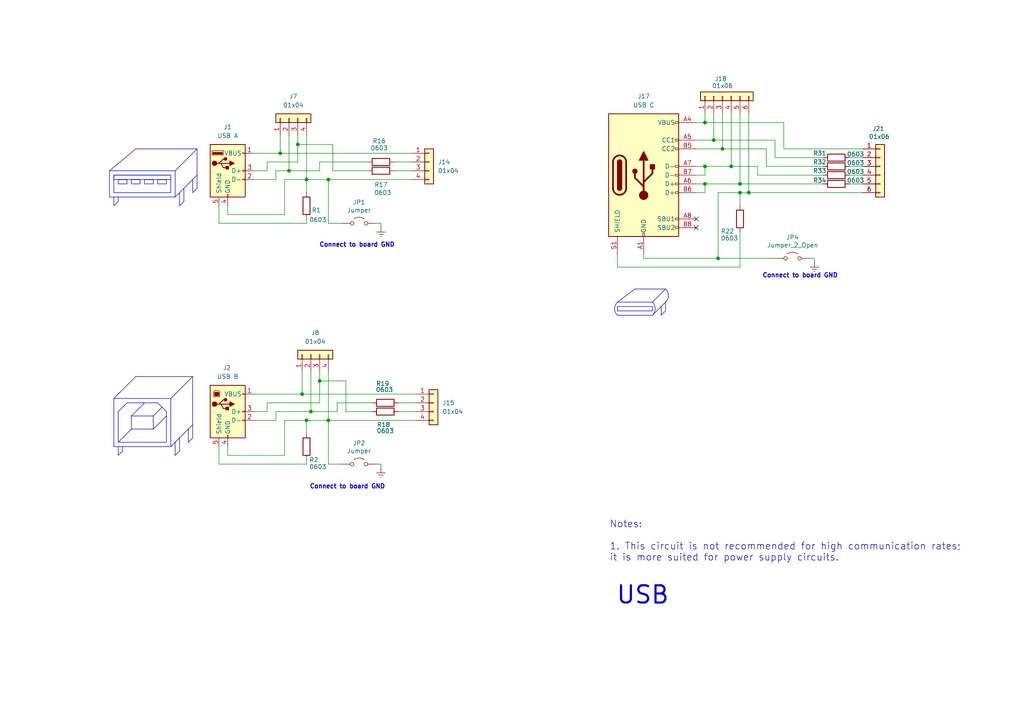
<source format=kicad_sch>
(kicad_sch (version 20231120) (generator "eeschema") (generator_version "8.0")
  (paper "A4")
  (title_block (title "ProtoConn Schematics") (date "2024-12-01") (rev "1") (company "@pakequis"))
  (lib_symbols
    (symbol "Connector:USB_A" (pin_names (offset 1.016))
      (property "Reference" "J" (at -5.08 11.43 0))
      (property "Value" "USB_A" (at -5.08 8.89 0))
      (symbol "USB_A_0_1"
        (rectangle (start -5.08 -7.62) (end 5.08 7.62) (stroke (width 0.254)) (fill (type background)))
        (circle (center -3.81 2.159) (radius 0.635) (stroke (width 0.254)) (fill (type outline)))
        (rectangle (start -1.524 4.826) (end -4.318 5.334) (fill (type outline)))
        (rectangle (start -1.27 4.572) (end -4.572 5.842))
        (circle (center -0.635 3.429) (radius 0.381) (stroke (width 0.254)) (fill (type outline)))
        (rectangle (start -0.127 -7.62) (end 0.127 -6.858))
        (polyline (pts (xy -3.175 2.159) (xy -2.54 2.159) (xy -1.27 3.429) (xy -0.635 3.429)) (stroke (width 0.254)))
        (polyline (pts (xy -2.54 2.159) (xy -1.905 2.159) (xy -1.27 0.889) (xy 0 0.889)) (stroke (width 0.254)))
        (polyline (pts (xy 0.635 2.794) (xy 0.635 1.524) (xy 1.905 2.159) (xy 0.635 2.794)) (stroke (width 0.254)) (fill (type outline)))
        (rectangle (start 0.254 1.27) (end -0.508 0.508) (stroke (width 0.254)) (fill (type outline)))
        (rectangle (start 5.08 -2.667) (end 4.318 -2.413))
        (rectangle (start 5.08 -0.127) (end 4.318 0.127))
        (rectangle (start 5.08 4.953) (end 4.318 5.207))
      )
      (symbol "USB_A_1_1"
        (polyline (pts (xy -1.905 2.159) (xy 0.635 2.159)) (stroke (width 0.254)))
        (pin power_in line (at 7.62 5.08 180) (length 2.54) (name "VBUS") (number "1"))
        (pin bidirectional line (at 7.62 -2.54 180) (length 2.54) (name "D-") (number "2"))
        (pin bidirectional line (at 7.62 0 180) (length 2.54) (name "D+") (number "3"))
        (pin power_in line (at 0 -10.16 90) (length 2.54) (name "GND") (number "4"))
        (pin passive line (at -2.54 -10.16 90) (length 2.54) (name "Shield") (number "5"))
      )
    )
    (symbol "Connector:USB_B" (pin_names (offset 1.016))
      (property "Reference" "J" (at -5.08 11.43 0))
      (property "Value" "USB_B" (at -5.08 8.89 0))
      (symbol "USB_B_0_1"
        (rectangle (start -5.08 -7.62) (end 5.08 7.62) (stroke (width 0.254)) (fill (type background)))
        (circle (center -3.81 2.159) (radius 0.635) (stroke (width 0.254)) (fill (type outline)))
        (rectangle (start -3.81 5.588) (end -2.54 4.572) (fill (type outline)))
        (circle (center -0.635 3.429) (radius 0.381) (stroke (width 0.254)) (fill (type outline)))
        (rectangle (start -0.127 -7.62) (end 0.127 -6.858))
        (polyline (pts (xy -1.905 2.159) (xy 0.635 2.159)) (stroke (width 0.254)))
        (polyline (pts (xy -3.175 2.159) (xy -2.54 2.159) (xy -1.27 3.429) (xy -0.635 3.429)) (stroke (width 0.254)))
        (polyline (pts (xy -2.54 2.159) (xy -1.905 2.159) (xy -1.27 0.889) (xy 0 0.889)) (stroke (width 0.254)))
        (polyline (pts (xy 0.635 2.794) (xy 0.635 1.524) (xy 1.905 2.159) (xy 0.635 2.794)) (stroke (width 0.254)) (fill (type outline)))
        (polyline (pts (xy -4.064 4.318) (xy -2.286 4.318) (xy -2.286 5.715) (xy -2.667 6.096) (xy -3.683 6.096) (xy -4.064 5.715) (xy -4.064 4.318)))
        (rectangle (start 0.254 1.27) (end -0.508 0.508) (stroke (width 0.254)) (fill (type outline)))
        (rectangle (start 5.08 -2.667) (end 4.318 -2.413))
        (rectangle (start 5.08 -0.127) (end 4.318 0.127))
        (rectangle (start 5.08 4.953) (end 4.318 5.207))
      )
      (symbol "USB_B_1_1"
        (pin power_out line (at 7.62 5.08 180) (length 2.54) (name "VBUS") (number "1"))
        (pin bidirectional line (at 7.62 -2.54 180) (length 2.54) (name "D-") (number "2"))
        (pin bidirectional line (at 7.62 0 180) (length 2.54) (name "D+") (number "3"))
        (pin power_out line (at 0 -10.16 90) (length 2.54) (name "GND") (number "4"))
        (pin passive line (at -2.54 -10.16 90) (length 2.54) (name "Shield") (number "5"))
      )
    )
    (symbol "Connector:USB_C_Receptacle_USB2.0_16P" (pin_names (offset 1.016))
      (property "Reference" "J" (at 0 22.225 0))
      (property "Value" "USB_C_Receptacle_USB2.0_16P" (at 0 19.685 0))
      (symbol "USB_C_Receptacle_USB2.0_16P_0_0"
        (rectangle (start -0.254 -17.78) (end 0.254 -16.764))
        (rectangle (start 10.16 -14.986) (end 9.144 -15.494))
        (rectangle (start 10.16 -12.446) (end 9.144 -12.954))
        (rectangle (start 10.16 -4.826) (end 9.144 -5.334))
        (rectangle (start 10.16 -2.286) (end 9.144 -2.794))
        (rectangle (start 10.16 0.254) (end 9.144 -0.254))
        (rectangle (start 10.16 2.794) (end 9.144 2.286))
        (rectangle (start 10.16 7.874) (end 9.144 7.366))
        (rectangle (start 10.16 10.414) (end 9.144 9.906))
        (rectangle (start 10.16 15.494) (end 9.144 14.986))
      )
      (symbol "USB_C_Receptacle_USB2.0_16P_0_1"
        (rectangle (start -10.16 17.78) (end 10.16 -17.78) (stroke (width 0.254)) (fill (type background)))
        (arc (start -8.89 -3.81) (mid -6.985 -5.7067) (end -5.08 -3.81) (stroke (width 0.508)))
        (arc (start -7.62 -3.81) (mid -6.985 -4.4423) (end -6.35 -3.81) (stroke (width 0.254)))
        (arc (start -7.62 -3.81) (mid -6.985 -4.4423) (end -6.35 -3.81) (stroke (width 0.254)) (fill (type outline)))
        (rectangle (start -7.62 -3.81) (end -6.35 3.81) (stroke (width 0.254)) (fill (type outline)))
        (arc (start -6.35 3.81) (mid -6.985 4.4423) (end -7.62 3.81) (stroke (width 0.254)))
        (arc (start -6.35 3.81) (mid -6.985 4.4423) (end -7.62 3.81) (stroke (width 0.254)) (fill (type outline)))
        (arc (start -5.08 3.81) (mid -6.985 5.7067) (end -8.89 3.81) (stroke (width 0.508)))
        (circle (center -2.54 1.143) (radius 0.635) (stroke (width 0.254)) (fill (type outline)))
        (circle (center 0 -5.842) (radius 1.27) (fill (type outline)))
        (polyline (pts (xy -8.89 -3.81) (xy -8.89 3.81)) (stroke (width 0.508)))
        (polyline (pts (xy -5.08 3.81) (xy -5.08 -3.81)) (stroke (width 0.508)))
        (polyline (pts (xy 0 -5.842) (xy 0 4.318)) (stroke (width 0.508)))
        (polyline (pts (xy 0 -3.302) (xy -2.54 -0.762) (xy -2.54 0.508)) (stroke (width 0.508)))
        (polyline (pts (xy 0 -2.032) (xy 2.54 0.508) (xy 2.54 1.778)) (stroke (width 0.508)))
        (polyline (pts (xy -1.27 4.318) (xy 0 6.858) (xy 1.27 4.318) (xy -1.27 4.318)) (stroke (width 0.254)) (fill (type outline)))
        (rectangle (start 1.905 1.778) (end 3.175 3.048) (stroke (width 0.254)) (fill (type outline)))
      )
      (symbol "USB_C_Receptacle_USB2.0_16P_1_1"
        (pin passive line (at 0 -22.86 90) (length 5.08) (name "GND") (number "A1"))
        (pin passive line (at 0 -22.86 90) (length 5.08) hide (name "GND") (number "A12"))
        (pin passive line (at 15.24 15.24 180) (length 5.08) (name "VBUS") (number "A4"))
        (pin bidirectional line (at 15.24 10.16 180) (length 5.08) (name "CC1") (number "A5"))
        (pin bidirectional line (at 15.24 -2.54 180) (length 5.08) (name "D+") (number "A6"))
        (pin bidirectional line (at 15.24 2.54 180) (length 5.08) (name "D-") (number "A7"))
        (pin bidirectional line (at 15.24 -12.7 180) (length 5.08) (name "SBU1") (number "A8"))
        (pin passive line (at 15.24 15.24 180) (length 5.08) hide (name "VBUS") (number "A9"))
        (pin passive line (at 0 -22.86 90) (length 5.08) hide (name "GND") (number "B1"))
        (pin passive line (at 0 -22.86 90) (length 5.08) hide (name "GND") (number "B12"))
        (pin passive line (at 15.24 15.24 180) (length 5.08) hide (name "VBUS") (number "B4"))
        (pin bidirectional line (at 15.24 7.62 180) (length 5.08) (name "CC2") (number "B5"))
        (pin bidirectional line (at 15.24 -5.08 180) (length 5.08) (name "D+") (number "B6"))
        (pin bidirectional line (at 15.24 0 180) (length 5.08) (name "D-") (number "B7"))
        (pin bidirectional line (at 15.24 -15.24 180) (length 5.08) (name "SBU2") (number "B8"))
        (pin passive line (at 15.24 15.24 180) (length 5.08) hide (name "VBUS") (number "B9"))
        (pin passive line (at -7.62 -22.86 90) (length 5.08) (name "SHIELD") (number "S1"))
      )
    )
    (symbol "Connector_Generic:Conn_01x04" (pin_names (offset 1.016) hide)
      (property "Reference" "J" (at 0 5.08 0))
      (property "Value" "Conn_01x04" (at 0 -7.62 0))
      (symbol "Conn_01x04_1_1"
        (rectangle (start -1.27 -4.953) (end 0 -5.207) (stroke (width 0.1524)))
        (rectangle (start -1.27 -2.413) (end 0 -2.667) (stroke (width 0.1524)))
        (rectangle (start -1.27 0.127) (end 0 -0.127) (stroke (width 0.1524)))
        (rectangle (start -1.27 2.667) (end 0 2.413) (stroke (width 0.1524)))
        (rectangle (start -1.27 3.81) (end 1.27 -6.35) (stroke (width 0.254)) (fill (type background)))
        (pin passive line (at -5.08 2.54 0) (length 3.81) (name "Pin_1") (number "1"))
        (pin passive line (at -5.08 0 0) (length 3.81) (name "Pin_2") (number "2"))
        (pin passive line (at -5.08 -2.54 0) (length 3.81) (name "Pin_3") (number "3"))
        (pin passive line (at -5.08 -5.08 0) (length 3.81) (name "Pin_4") (number "4"))
      )
    )
    (symbol "Connector_Generic:Conn_01x06" (pin_names (offset 1.016) hide)
      (property "Reference" "J" (at 0 7.62 0))
      (property "Value" "Conn_01x06" (at 0 -10.16 0))
      (symbol "Conn_01x06_1_1"
        (rectangle (start -1.27 -7.493) (end 0 -7.747) (stroke (width 0.1524)))
        (rectangle (start -1.27 -4.953) (end 0 -5.207) (stroke (width 0.1524)))
        (rectangle (start -1.27 -2.413) (end 0 -2.667) (stroke (width 0.1524)))
        (rectangle (start -1.27 0.127) (end 0 -0.127) (stroke (width 0.1524)))
        (rectangle (start -1.27 2.667) (end 0 2.413) (stroke (width 0.1524)))
        (rectangle (start -1.27 5.207) (end 0 4.953) (stroke (width 0.1524)))
        (rectangle (start -1.27 6.35) (end 1.27 -8.89) (stroke (width 0.254)) (fill (type background)))
        (pin passive line (at -5.08 5.08 0) (length 3.81) (name "Pin_1") (number "1"))
        (pin passive line (at -5.08 2.54 0) (length 3.81) (name "Pin_2") (number "2"))
        (pin passive line (at -5.08 0 0) (length 3.81) (name "Pin_3") (number "3"))
        (pin passive line (at -5.08 -2.54 0) (length 3.81) (name "Pin_4") (number "4"))
        (pin passive line (at -5.08 -5.08 0) (length 3.81) (name "Pin_5") (number "5"))
        (pin passive line (at -5.08 -7.62 0) (length 3.81) (name "Pin_6") (number "6"))
      )
    )
    (symbol "Device:R" (pin_numbers hide) (pin_names (offset 0))
      (property "Reference" "R" (at 2.032 0 90))
      (property "Value" "R" (at 0 0 90))
      (symbol "R_0_1"
        (rectangle (start -1.016 -2.54) (end 1.016 2.54) (stroke (width 0.254)))
      )
      (symbol "R_1_1"
        (pin passive line (at 0 3.81 270) (length 1.27) (name "~") (number "1"))
        (pin passive line (at 0 -3.81 90) (length 1.27) (name "~") (number "2"))
      )
    )
    (symbol "Jumper:Jumper_2_Open" (pin_numbers hide) (pin_names (offset 0) hide) (exclude_from_sim yes)
      (property "Reference" "JP" (at 0 2.794 0))
      (property "Value" "Jumper_2_Open" (at 0 -2.286 0))
      (symbol "Jumper_2_Open_0_0"
        (circle (center -2.032 0) (radius 0.508))
        (circle (center 2.032 0) (radius 0.508))
      )
      (symbol "Jumper_2_Open_0_1"
        (arc (start 1.524 1.27) (mid 0 1.778) (end -1.524 1.27))
      )
      (symbol "Jumper_2_Open_1_1"
        (pin passive line (at -5.08 0 0) (length 2.54) (name "A") (number "1"))
        (pin passive line (at 5.08 0 180) (length 2.54) (name "B") (number "2"))
      )
    )
    (symbol "power:GNDREF" (power) (pin_numbers hide) (pin_names (offset 0) hide)
      (property "Value" "GNDREF" (at 0 -3.81 0))
      (symbol "GNDREF_0_1"
        (polyline (pts (xy -0.635 -1.905) (xy 0.635 -1.905)))
        (polyline (pts (xy -0.127 -2.54) (xy 0.127 -2.54)))
        (polyline (pts (xy 0 -1.27) (xy 0 0)))
        (polyline (pts (xy 1.27 -1.27) (xy -1.27 -1.27)))
      )
      (symbol "GNDREF_1_1"
        (pin power_in line (at 0 0 270) (length 0) (name "~") (number "1"))
      )
    )
  )
  (junction (at 209.55 43.18))
  (junction (at 95.25 52.07))
  (junction (at 207.01 40.64))
  (junction (at 204.47 35.56))
  (junction (at 217.17 55.88))
  (junction (at 208.28 74.93))
  (junction (at 214.63 53.34))
  (junction (at 95.25 121.92))
  (junction (at 87.63 114.3))
  (junction (at 81.28 44.45))
  (junction (at 204.47 48.26))
  (junction (at 92.71 110.49))
  (junction (at 88.9 52.07))
  (junction (at 88.9 121.92))
  (junction (at 83.82 49.53))
  (junction (at 212.09 48.26))
  (junction (at 90.17 119.38))
  (junction (at 86.36 41.91))
  (junction (at 214.63 55.88))
  (junction (at 204.47 53.34))
  (no_connect (at 201.93 66.04))
  (no_connect (at 201.93 63.5))
  (wire (pts (xy 209.55 43.18) (xy 222.25 43.18)))
  (polyline (pts (xy 193.04 90.17) (xy 191.77 91.44)))
  (wire (pts (xy 97.79 116.84) (xy 97.79 119.38)))
  (wire (pts (xy 99.06 134.62) (xy 95.25 134.62)))
  (polyline (pts (xy 52.07 59.69) (xy 52.07 55.88)))
  (wire (pts (xy 92.71 107.95) (xy 92.71 110.49)))
  (wire (pts (xy 77.47 116.84) (xy 92.71 116.84)))
  (wire (pts (xy 88.9 121.92) (xy 95.25 121.92)))
  (wire (pts (xy 77.47 116.84) (xy 77.47 119.38)))
  (wire (pts (xy 66.04 129.54) (xy 66.04 132.08)))
  (wire (pts (xy 227.33 35.56) (xy 227.33 43.18)))
  (wire (pts (xy 214.63 55.88) (xy 217.17 55.88)))
  (polyline (pts (xy 34.29 57.15) (xy 34.29 58.42)))
  (wire (pts (xy 66.04 59.69) (xy 66.04 62.23)))
  (wire (pts (xy 73.66 121.92) (xy 80.01 121.92)))
  (wire (pts (xy 246.38 45.72) (xy 250.19 45.72)))
  (wire (pts (xy 224.79 40.64) (xy 224.79 45.72)))
  (polyline (pts (xy 193.04 83.82) (xy 184.15 83.82)))
  (wire (pts (xy 201.93 50.8) (xy 204.47 50.8)))
  (polyline (pts (xy 57.15 54.61) (xy 57.15 50.8)))
  (wire (pts (xy 110.49 134.62) (xy 109.22 134.62)))
  (wire (pts (xy 82.55 121.92) (xy 88.9 121.92)))
  (wire (pts (xy 186.69 73.66) (xy 186.69 74.93)))
  (wire (pts (xy 246.38 48.26) (xy 250.19 48.26)))
  (polyline (pts (xy 44.45 124.46) (xy 48.26 120.65)))
  (wire (pts (xy 204.47 35.56) (xy 227.33 35.56)))
  (wire (pts (xy 106.68 49.53) (xy 96.52 49.53)))
  (polyline (pts (xy 34.29 128.27) (xy 38.1 124.46)))
  (polyline (pts (xy 50.8 57.15) (xy 57.15 50.8)))
  (polyline (pts (xy 45.72 116.84) (xy 48.26 119.38)))
  (wire (pts (xy 87.63 114.3) (xy 120.65 114.3)))
  (polyline (pts (xy 193.04 87.63) (xy 193.04 90.17)))
  (wire (pts (xy 92.71 110.49) (xy 92.71 116.84)))
  (wire (pts (xy 217.17 33.02) (xy 217.17 55.88)))
  (wire (pts (xy 99.06 64.77) (xy 95.25 64.77)))
  (polyline (pts (xy 55.88 52.07) (xy 55.88 55.88)))
  (polyline (pts (xy 55.88 127) (xy 55.88 123.19)))
  (polyline (pts (xy 34.29 119.38) (xy 36.83 116.84)))
  (wire (pts (xy 204.47 48.26) (xy 212.09 48.26)))
  (polyline (pts (xy 38.1 120.65) (xy 41.91 116.84)))
  (wire (pts (xy 214.63 55.88) (xy 214.63 59.69)))
  (wire (pts (xy 204.47 55.88) (xy 204.47 53.34)))
  (wire (pts (xy 214.63 77.47) (xy 214.63 67.31)))
  (polyline (pts (xy 34.29 119.38) (xy 34.29 128.27)))
  (wire (pts (xy 115.57 119.38) (xy 120.65 119.38)))
  (polyline (pts (xy 34.29 128.27) (xy 48.26 128.27)))
  (wire (pts (xy 100.33 110.49) (xy 92.71 110.49)))
  (wire (pts (xy 204.47 50.8) (xy 204.47 48.26)))
  (wire (pts (xy 106.68 46.99) (xy 92.71 46.99)))
  (polyline (pts (xy 33.02 57.15) (xy 33.02 59.69)))
  (wire (pts (xy 100.33 119.38) (xy 100.33 110.49)))
  (wire (pts (xy 201.93 55.88) (xy 204.47 55.88)))
  (wire (pts (xy 63.5 64.77) (xy 88.9 64.77)))
  (polyline (pts (xy 49.53 115.57) (xy 55.88 109.22)))
  (wire (pts (xy 212.09 48.26) (xy 219.71 48.26)))
  (wire (pts (xy 88.9 39.37) (xy 88.9 52.07)))
  (polyline (pts (xy 55.88 109.22) (xy 55.88 123.19)))
  (wire (pts (xy 219.71 48.26) (xy 219.71 50.8)))
  (polyline (pts (xy 52.07 130.81) (xy 52.07 127)))
  (polyline (pts (xy 54.61 128.27) (xy 55.88 127)))
  (wire (pts (xy 107.95 119.38) (xy 100.33 119.38)))
  (polyline (pts (xy 50.8 132.08) (xy 52.07 130.81)))
  (wire (pts (xy 207.01 40.64) (xy 224.79 40.64)))
  (wire (pts (xy 88.9 121.92) (xy 88.9 125.73)))
  (wire (pts (xy 73.66 114.3) (xy 87.63 114.3)))
  (polyline (pts (xy 52.07 59.69) (xy 53.34 58.42)))
  (polyline (pts (xy 55.88 43.18) (xy 57.15 43.18)))
  (wire (pts (xy 201.93 43.18) (xy 209.55 43.18)))
  (wire (pts (xy 208.28 74.93) (xy 208.28 55.88)))
  (polyline (pts (xy 54.61 124.46) (xy 54.61 128.27)))
  (wire (pts (xy 209.55 33.02) (xy 209.55 43.18)))
  (wire (pts (xy 95.25 121.92) (xy 120.65 121.92)))
  (polyline (pts (xy 50.8 49.53) (xy 57.15 43.18)))
  (polyline (pts (xy 33.02 59.69) (xy 34.29 58.42)))
  (wire (pts (xy 110.49 66.04) (xy 110.49 64.77)))
  (wire (pts (xy 97.79 119.38) (xy 90.17 119.38)))
  (polyline (pts (xy 33.02 115.57) (xy 39.37 109.22)))
  (wire (pts (xy 90.17 107.95) (xy 90.17 119.38)))
  (wire (pts (xy 87.63 107.95) (xy 87.63 114.3)))
  (polyline (pts (xy 55.88 123.19) (xy 49.53 129.54)))
  (wire (pts (xy 96.52 41.91) (xy 86.36 41.91)))
  (wire (pts (xy 201.93 48.26) (xy 204.47 48.26)))
  (wire (pts (xy 212.09 33.02) (xy 212.09 48.26)))
  (wire (pts (xy 92.71 46.99) (xy 92.71 49.53)))
  (wire (pts (xy 80.01 49.53) (xy 83.82 49.53)))
  (wire (pts (xy 204.47 33.02) (xy 204.47 35.56)))
  (polyline (pts (xy 189.23 91.44) (xy 193.04 87.63)))
  (polyline (pts (xy 48.26 128.27) (xy 48.26 119.38)))
  (wire (pts (xy 214.63 33.02) (xy 214.63 53.34)))
  (wire (pts (xy 179.07 73.66) (xy 179.07 77.47)))
  (wire (pts (xy 201.93 40.64) (xy 207.01 40.64)))
  (wire (pts (xy 63.5 134.62) (xy 88.9 134.62)))
  (wire (pts (xy 227.33 43.18) (xy 250.19 43.18)))
  (wire (pts (xy 246.38 53.34) (xy 250.19 53.34)))
  (polyline (pts (xy 179.07 91.44) (xy 189.23 91.44)))
  (wire (pts (xy 179.07 77.47) (xy 214.63 77.47)))
  (wire (pts (xy 80.01 119.38) (xy 80.01 121.92)))
  (wire (pts (xy 96.52 49.53) (xy 96.52 41.91)))
  (wire (pts (xy 82.55 52.07) (xy 88.9 52.07)))
  (polyline (pts (xy 39.37 109.22) (xy 55.88 109.22)))
  (wire (pts (xy 246.38 50.8) (xy 250.19 50.8)))
  (wire (pts (xy 236.22 76.2) (xy 236.22 74.93)))
  (wire (pts (xy 219.71 50.8) (xy 238.76 50.8)))
  (polyline (pts (xy 189.23 87.63) (xy 193.04 83.82)))
  (wire (pts (xy 86.36 39.37) (xy 86.36 41.91)))
  (wire (pts (xy 217.17 55.88) (xy 250.19 55.88)))
  (wire (pts (xy 86.36 41.91) (xy 86.36 46.99)))
  (wire (pts (xy 114.3 49.53) (xy 119.38 49.53)))
  (wire (pts (xy 73.66 49.53) (xy 77.47 49.53)))
  (wire (pts (xy 77.47 46.99) (xy 86.36 46.99)))
  (wire (pts (xy 88.9 52.07) (xy 95.25 52.07)))
  (wire (pts (xy 66.04 132.08) (xy 82.55 132.08)))
  (wire (pts (xy 81.28 44.45) (xy 119.38 44.45)))
  (wire (pts (xy 73.66 119.38) (xy 77.47 119.38)))
  (wire (pts (xy 115.57 116.84) (xy 120.65 116.84)))
  (wire (pts (xy 107.95 116.84) (xy 97.79 116.84)))
  (wire (pts (xy 66.04 62.23) (xy 82.55 62.23)))
  (wire (pts (xy 95.25 64.77) (xy 95.25 52.07)))
  (wire (pts (xy 73.66 44.45) (xy 81.28 44.45)))
  (wire (pts (xy 95.25 107.95) (xy 95.25 121.92)))
  (wire (pts (xy 63.5 129.54) (xy 63.5 134.62)))
  (wire (pts (xy 214.63 53.34) (xy 238.76 53.34)))
  (polyline (pts (xy 50.8 128.27) (xy 50.8 132.08)))
  (wire (pts (xy 95.25 134.62) (xy 95.25 121.92)))
  (wire (pts (xy 201.93 53.34) (xy 204.47 53.34)))
  (wire (pts (xy 201.93 35.56) (xy 204.47 35.56)))
  (polyline (pts (xy 55.88 55.88) (xy 57.15 54.61)))
  (wire (pts (xy 207.01 33.02) (xy 207.01 40.64)))
  (polyline (pts (xy 179.07 87.63) (xy 189.23 87.63)))
  (wire (pts (xy 63.5 59.69) (xy 63.5 64.77)))
  (polyline (pts (xy 34.29 132.08) (xy 35.56 130.81)))
  (wire (pts (xy 82.55 121.92) (xy 82.55 132.08)))
  (polyline (pts (xy 191.77 91.44) (xy 191.77 88.9)))
  (polyline (pts (xy 57.15 50.8) (xy 57.15 43.18)))
  (wire (pts (xy 83.82 39.37) (xy 83.82 49.53)))
  (polyline (pts (xy 53.34 58.42) (xy 53.34 54.61)))
  (wire (pts (xy 81.28 39.37) (xy 81.28 44.45)))
  (wire (pts (xy 73.66 52.07) (xy 80.01 52.07)))
  (wire (pts (xy 204.47 53.34) (xy 214.63 53.34)))
  (polyline (pts (xy 40.64 43.18) (xy 55.88 43.18)))
  (wire (pts (xy 224.79 45.72) (xy 238.76 45.72)))
  (polyline (pts (xy 44.45 120.65) (xy 46.99 118.11)))
  (wire (pts (xy 236.22 74.93) (xy 234.95 74.93)))
  (wire (pts (xy 80.01 49.53) (xy 80.01 52.07)))
  (wire (pts (xy 82.55 52.07) (xy 82.55 62.23)))
  (polyline (pts (xy 39.37 43.18) (xy 40.64 43.18)))
  (wire (pts (xy 110.49 135.89) (xy 110.49 134.62)))
  (wire (pts (xy 222.25 43.18) (xy 222.25 48.26)))
  (wire (pts (xy 77.47 46.99) (xy 77.47 49.53)))
  (polyline (pts (xy 184.15 83.82) (xy 179.07 87.63)))
  (wire (pts (xy 186.69 74.93) (xy 208.28 74.93)))
  (wire (pts (xy 208.28 55.88) (xy 214.63 55.88)))
  (wire (pts (xy 80.01 119.38) (xy 90.17 119.38)))
  (wire (pts (xy 208.28 74.93) (xy 224.79 74.93)))
  (polyline (pts (xy 45.72 116.84) (xy 36.83 116.84)))
  (wire (pts (xy 88.9 52.07) (xy 88.9 55.88)))
  (wire (pts (xy 95.25 52.07) (xy 119.38 52.07)))
  (polyline (pts (xy 31.75 49.53) (xy 39.37 43.18)))
  (polyline (pts (xy 35.56 130.81) (xy 35.56 129.54)))
  (wire (pts (xy 92.71 49.53) (xy 83.82 49.53)))
  (wire (pts (xy 222.25 48.26) (xy 238.76 48.26)))
  (wire (pts (xy 88.9 63.5) (xy 88.9 64.77)))
  (wire (pts (xy 114.3 46.99) (xy 119.38 46.99)))
  (wire (pts (xy 110.49 64.77) (xy 109.22 64.77)))
  (wire (pts (xy 88.9 133.35) (xy 88.9 134.62)))
  (polyline (pts (xy 34.29 129.54) (xy 34.29 132.08)))
  (rectangle (start 36.83 53.34) (end 34.29 52.07))
  (rectangle (start 38.1 120.65) (end 44.45 124.46))
  (rectangle (start 33.02 50.8) (end 49.53 55.88))
  (arc (start 189.23 87.63) (mid 190.0241 89.5365) (end 189.23 91.44))
  (rectangle (start 40.64 53.34) (end 38.1 52.07))
  (rectangle (start 44.45 53.34) (end 41.91 52.07))
  (arc (start 179.07 91.44) (mid 178.2809 89.535) (end 179.07 87.63))
  (rectangle (start 48.26 53.34) (end 45.72 52.07))
  (arc (start 193.04 83.82) (mid 193.8341 85.7265) (end 193.04 87.63))
  (rectangle (start 31.75 49.53) (end 50.8 57.15))
  (rectangle (start 179.07 88.9) (end 189.23 90.17))
  (rectangle (start 33.02 115.57) (end 49.53 129.54))
  (rectangle (start 49.53 52.07) (end 33.02 50.8))
  (text "Connect to board GND" (at 111.76 141.224 0) (effects (font (size 1.27 1.27) (thickness 0.254) (bold yes)) (justify right)))
  (text "Connect to board GND" (at 243.078 80.01 0) (effects (font (size 1.27 1.27) (thickness 0.254) (bold yes)) (justify right)))
  (text "Connect to board GND" (at 114.554 71.12 0) (effects (font (size 1.27 1.27) (thickness 0.254) (bold yes)) (justify right)))
  (text "Notes:\n\n1. This circuit is not recommended for high communication rates; \nit is more suited for power supply circuits." (at 176.784 156.972 0) (effects (font (size 2 2)) (justify left)))
  (text "USB" (at 186.436 172.72 0) (effects (font (size 5 5) (thickness 0.625))))
  (symbol (lib_id "power:GNDREF") (at 110.49 66.04 0) (unit 1)
    (property "Reference" "#PWR01" (effects (hide yes)))
    (property "Value" "GNDREF" (effects (hide yes)))
    (property "Description" "Power symbol creates a global label with name \"GNDREF\" , reference supply ground" (effects (hide yes)))
  )
  (symbol (lib_id "Device:R") (at 110.49 49.53 90) (unit 1)
    (property "Reference" "R17" (at 110.49 53.594 90))
    (property "Value" "0603" (at 110.998 55.88 90))
    (property "Footprint" "Resistor_SMD:R_0603_1608Metric_Pad0.98x0.95mm_HandSolder" (effects (hide yes)))
    (property "Description" "Resistor" (effects (hide yes)))
  )
  (symbol (lib_id "Connector_Generic:Conn_01x06") (at 255.27 48.26 0) (unit 1)
    (property "Reference" "J21" (at 254.762 37.338 0))
    (property "Value" "01x06" (at 255.016 39.624 0))
    (property "Footprint" "Connector_PinHeader_2.54mm:PinHeader_1x06_P2.54mm_Vertical" (effects (hide yes)))
    (property "Description" "Generic connector, single row, 01x06, script generated (kicad-library-utils/schlib/autogen/connector/)" (effects (hide yes)))
  )
  (symbol (lib_id "Connector_Generic:Conn_01x04") (at 125.73 116.84 0) (unit 1)
    (property "Reference" "J15" (at 128.27 116.8399 0) (effects (justify left)))
    (property "Value" "01x04" (at 128.27 119.3799 0) (effects (justify left)))
    (property "Footprint" "Connector_PinHeader_2.54mm:PinHeader_1x04_P2.54mm_Vertical" (effects (hide yes)))
    (property "Description" "Generic connector, single row, 01x04, script generated (kicad-library-utils/schlib/autogen/connector/)" (effects (hide yes)))
  )
  (symbol (lib_id "Device:R") (at 242.57 48.26 90) (unit 1)
    (property "Reference" "R32" (at 237.744 46.99 90))
    (property "Value" "0603" (at 248.158 47.244 90))
    (property "Footprint" "Resistor_SMD:R_0603_1608Metric_Pad0.98x0.95mm_HandSolder" (effects (hide yes)))
    (property "Description" "Resistor" (effects (hide yes)))
  )
  (symbol (lib_id "Connector_Generic:Conn_01x06") (at 209.55 27.94 90) (unit 1)
    (property "Reference" "J18" (at 209.042 22.86 90))
    (property "Value" "01x06" (at 209.55 24.892 90))
    (property "Footprint" "Connector_PinHeader_2.54mm:PinHeader_1x06_P2.54mm_Vertical" (effects (hide yes)))
    (property "Description" "Generic connector, single row, 01x06, script generated (kicad-library-utils/schlib/autogen/connector/)" (effects (hide yes)))
  )
  (symbol (lib_id "Connector:USB_B") (at 66.04 119.38 0) (unit 1)
    (property "Reference" "J2" (at 65.786 106.68 0))
    (property "Value" "USB B" (at 66.04 109.22 0))
    (property "Footprint" "Connector_USB:USB_B_Lumberg_2411_02_Horizontal" (effects (hide yes)))
    (property "Description" "USB Type B connector" (effects (hide yes)))
  )
  (symbol (lib_id "Device:R") (at 111.76 116.84 90) (unit 1)
    (property "Reference" "R18" (at 111.252 123.19 90))
    (property "Value" "0603" (at 111.76 124.968 90))
    (property "Footprint" "Resistor_SMD:R_0603_1608Metric_Pad0.98x0.95mm_HandSolder" (effects (hide yes)))
    (property "Description" "Resistor" (effects (hide yes)))
  )
  (symbol (lib_id "Connector_Generic:Conn_01x04") (at 124.46 46.99 0) (unit 1)
    (property "Reference" "J14" (at 127 46.9899 0) (effects (justify left)))
    (property "Value" "01x04" (at 127 49.5299 0) (effects (justify left)))
    (property "Footprint" "Connector_PinHeader_2.54mm:PinHeader_1x04_P2.54mm_Vertical" (effects (hide yes)))
    (property "Description" "Generic connector, single row, 01x04, script generated (kicad-library-utils/schlib/autogen/connector/)" (effects (hide yes)))
  )
  (symbol (lib_id "Device:R") (at 242.57 45.72 90) (unit 1)
    (property "Reference" "R31" (at 237.744 44.45 90))
    (property "Value" "0603" (at 248.158 44.704 90))
    (property "Footprint" "Resistor_SMD:R_0603_1608Metric_Pad0.98x0.95mm_HandSolder" (effects (hide yes)))
    (property "Description" "Resistor" (effects (hide yes)))
  )
  (symbol (lib_id "Device:R") (at 111.76 119.38 90) (unit 1)
    (property "Reference" "R19" (at 110.998 111.252 90))
    (property "Value" "0603" (at 111.506 113.03 90))
    (property "Footprint" "Resistor_SMD:R_0603_1608Metric_Pad0.98x0.95mm_HandSolder" (effects (hide yes)))
    (property "Description" "Resistor" (effects (hide yes)))
  )
  (symbol (lib_id "Device:R") (at 242.57 50.8 90) (unit 1)
    (property "Reference" "R33" (at 237.744 49.53 90))
    (property "Value" "0603" (at 248.158 49.784 90))
    (property "Footprint" "Resistor_SMD:R_0603_1608Metric_Pad0.98x0.95mm_HandSolder" (effects (hide yes)))
    (property "Description" "Resistor" (effects (hide yes)))
  )
  (symbol (lib_id "Device:R") (at 214.63 63.5 0) (unit 1)
    (property "Reference" "R22" (at 209.042 67.056 0) (effects (justify left)))
    (property "Value" "0603" (at 209.042 69.088 0) (effects (justify left)))
    (property "Footprint" "Resistor_SMD:R_0603_1608Metric_Pad0.98x0.95mm_HandSolder" (effects (hide yes)))
    (property "Description" "Resistor" (effects (hide yes)))
  )
  (symbol (lib_id "Connector:USB_A") (at 66.04 49.53 0) (unit 1)
    (property "Reference" "J1" (at 66.04 36.83 0))
    (property "Value" "USB A" (at 66.04 39.37 0))
    (property "Footprint" "Connector_USB:USB_A_CONNFLY_DS1095-WNR0" (effects (hide yes)))
    (property "Description" "USB Type A connector" (effects (hide yes)))
  )
  (symbol (lib_id "Device:R") (at 242.57 53.34 90) (unit 1)
    (property "Reference" "R34" (at 237.744 52.324 90))
    (property "Value" "0603" (at 248.158 52.324 90))
    (property "Footprint" "Resistor_SMD:R_0603_1608Metric_Pad0.98x0.95mm_HandSolder" (effects (hide yes)))
    (property "Description" "Resistor" (effects (hide yes)))
  )
  (symbol (lib_id "Jumper:Jumper_2_Open") (at 104.14 134.62 0) (mirror y) (unit 1) (exclude_from_sim yes)
    (property "Reference" "JP2" (at 104.14 128.524 0))
    (property "Value" "Jumper" (at 104.14 130.81 0))
    (property "Footprint" "Connector_PinHeader_2.54mm:PinHeader_1x02_P2.54mm_Vertical" (effects (hide yes)))
    (property "Description" "Jumper, 2-pole, open" (effects (hide yes)))
  )
  (symbol (lib_id "Jumper:Jumper_2_Open") (at 229.87 74.93 0) (mirror y) (unit 1) (exclude_from_sim yes)
    (property "Reference" "JP4" (at 229.87 68.834 0))
    (property "Value" "Jumper_2_Open" (at 229.87 71.12 0))
    (property "Footprint" "Connector_PinHeader_2.54mm:PinHeader_1x02_P2.54mm_Vertical" (effects (hide yes)))
    (property "Description" "Jumper, 2-pole, open" (effects (hide yes)))
  )
  (symbol (lib_id "Device:R") (at 88.9 59.69 0) (unit 1)
    (property "Reference" "R1" (at 90.424 60.96 0) (effects (justify left)))
    (property "Value" "0603" (at 89.662 63.754 0) (effects (justify left)))
    (property "Footprint" "Resistor_SMD:R_0603_1608Metric_Pad0.98x0.95mm_HandSolder" (effects (hide yes)))
    (property "Description" "Resistor" (effects (hide yes)))
  )
  (symbol (lib_id "Connector:USB_C_Receptacle_USB2.0_16P") (at 186.69 50.8 0) (unit 1)
    (property "Reference" "J17" (at 186.69 27.94 0))
    (property "Value" "USB C" (at 186.69 30.48 0))
    (property "Footprint" "Connector_USB:USB_C_Receptacle_HRO_TYPE-C-31-M-12" (effects (hide yes)))
    (property "Datasheet" "https://www.usb.org/sites/default/files/documents/usb_type-c.zip" (effects (hide yes)))
    (property "Description" "USB 2.0-only 16P Type-C Receptacle connector" (effects (hide yes)))
  )
  (symbol (lib_id "Connector_Generic:Conn_01x04") (at 83.82 34.29 90) (unit 1)
    (property "Reference" "J7" (at 85.09 27.94 90))
    (property "Value" "01x04" (at 85.09 30.48 90))
    (property "Footprint" "Connector_PinHeader_2.54mm:PinHeader_1x04_P2.54mm_Vertical" (effects (hide yes)))
    (property "Description" "Generic connector, single row, 01x04, script generated (kicad-library-utils/schlib/autogen/connector/)" (effects (hide yes)))
  )
  (symbol (lib_id "power:GNDREF") (at 110.49 135.89 0) (unit 1)
    (property "Reference" "#PWR02" (effects (hide yes)))
    (property "Value" "GNDREF" (effects (hide yes)))
    (property "Description" "Power symbol creates a global label with name \"GNDREF\" , reference supply ground" (effects (hide yes)))
  )
  (symbol (lib_id "Device:R") (at 88.9 129.54 0) (unit 1)
    (property "Reference" "R2" (at 89.662 133.35 0) (effects (justify left)))
    (property "Value" "0603" (at 89.662 135.382 0) (effects (justify left)))
    (property "Footprint" "Resistor_SMD:R_0603_1608Metric_Pad0.98x0.95mm_HandSolder" (effects (hide yes)))
    (property "Description" "Resistor" (effects (hide yes)))
  )
  (symbol (lib_id "Jumper:Jumper_2_Open") (at 104.14 64.77 0) (mirror y) (unit 1) (exclude_from_sim yes)
    (property "Reference" "JP1" (at 104.14 58.674 0))
    (property "Value" "Jumper" (at 104.14 60.96 0))
    (property "Footprint" "Connector_PinHeader_2.54mm:PinHeader_1x02_P2.54mm_Vertical" (effects (hide yes)))
    (property "Description" "Jumper, 2-pole, open" (effects (hide yes)))
  )
  (symbol (lib_id "Connector_Generic:Conn_01x04") (at 90.17 102.87 90) (unit 1)
    (property "Reference" "J8" (at 91.44 96.52 90))
    (property "Value" "01x04" (at 91.44 99.06 90))
    (property "Footprint" "Connector_PinHeader_2.54mm:PinHeader_1x04_P2.54mm_Vertical" (effects (hide yes)))
    (property "Description" "Generic connector, single row, 01x04, script generated (kicad-library-utils/schlib/autogen/connector/)" (effects (hide yes)))
  )
  (symbol (lib_id "Device:R") (at 110.49 46.99 90) (unit 1)
    (property "Reference" "R16" (at 109.982 40.894 90))
    (property "Value" "0603" (at 109.982 42.926 90))
    (property "Footprint" "Resistor_SMD:R_0603_1608Metric_Pad0.98x0.95mm_HandSolder" (effects (hide yes)))
    (property "Description" "Resistor" (effects (hide yes)))
  )
  (symbol (lib_id "power:GNDREF") (at 236.22 76.2 0) (unit 1)
    (property "Reference" "#PWR04" (effects (hide yes)))
    (property "Value" "GNDREF" (effects (hide yes)))
    (property "Description" "Power symbol creates a global label with name \"GNDREF\" , reference supply ground" (effects (hide yes)))
  )
)
</source>
